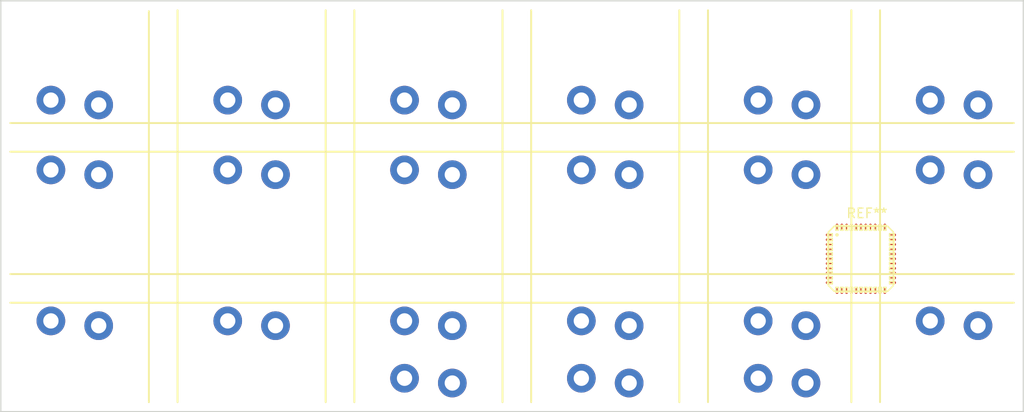
<source format=kicad_pcb>
(kicad_pcb (version 4) (host pcbnew 4.0.1-stable)

  (general
    (links 0)
    (no_connects 0)
    (area -0.075001 -0.075001 89.075001 43.075001)
    (thickness 1.6)
    (drawings 18)
    (tracks 42)
    (zones 0)
    (modules 1)
    (nets 1)
  )

  (page A4)
  (title_block
    (title "Main Circuit Board")
  )

  (layers
    (0 F.Cu signal)
    (31 B.Cu signal)
    (32 B.Adhes user)
    (33 F.Adhes user)
    (34 B.Paste user)
    (35 F.Paste user)
    (36 B.SilkS user)
    (37 F.SilkS user)
    (38 B.Mask user)
    (39 F.Mask user)
    (40 Dwgs.User user hide)
    (41 Cmts.User user hide)
    (42 Eco1.User user hide)
    (43 Eco2.User user hide)
    (44 Edge.Cuts user)
    (45 Margin user)
    (46 B.CrtYd user)
    (47 F.CrtYd user)
    (48 B.Fab user)
    (49 F.Fab user)
  )

  (setup
    (last_trace_width 0.25)
    (trace_clearance 0.2)
    (zone_clearance 0.508)
    (zone_45_only no)
    (trace_min 0.2)
    (segment_width 0.2)
    (edge_width 0.15)
    (via_size 3)
    (via_drill 1.6)
    (via_min_size 0.4)
    (via_min_drill 0.3)
    (uvia_size 0.3)
    (uvia_drill 0.1)
    (uvias_allowed no)
    (uvia_min_size 0.2)
    (uvia_min_drill 0.1)
    (pcb_text_width 0.3)
    (pcb_text_size 1.5 1.5)
    (mod_edge_width 0.15)
    (mod_text_size 1 1)
    (mod_text_width 0.15)
    (pad_size 1.524 1.524)
    (pad_drill 0.762)
    (pad_to_mask_clearance 0.2)
    (aux_axis_origin 0 0)
    (visible_elements FFFFFFFF)
    (pcbplotparams
      (layerselection 0x010f0_80000001)
      (usegerberextensions true)
      (excludeedgelayer true)
      (linewidth 0.100000)
      (plotframeref false)
      (viasonmask true)
      (mode 1)
      (useauxorigin false)
      (hpglpennumber 1)
      (hpglpenspeed 20)
      (hpglpendiameter 15)
      (hpglpenoverlay 2)
      (psnegative false)
      (psa4output false)
      (plotreference true)
      (plotvalue true)
      (plotinvisibletext false)
      (padsonsilk false)
      (subtractmaskfromsilk false)
      (outputformat 1)
      (mirror false)
      (drillshape 0)
      (scaleselection 1)
      (outputdirectory "/Users/sharks/Dropbox/SoftHRUFv0.8/untitled folder/"))
  )

  (net 0 "")

  (net_class Default "This is the default net class."
    (clearance 0.2)
    (trace_width 0.25)
    (via_dia 3)
    (via_drill 1.6)
    (uvia_dia 0.3)
    (uvia_drill 0.1)
  )

  (net_class Second_Default ""
    (clearance 0.2)
    (trace_width 0.25)
    (via_dia 1.8)
    (via_drill 1)
    (uvia_dia 0.3)
    (uvia_drill 0.1)
  )

  (module SMD_Packages:MLF-44_Atmel (layer F.Cu) (tedit 0) (tstamp 582FEBC8)
    (at 90 27)
    (descr "44M1 MICRO LEAD FRAME PACKAGE (MLF)")
    (tags "44M1 MICRO LEAD FRAME PACKAGE (MLF)")
    (attr smd)
    (fp_text reference REF** (at 0.635 -4.7625) (layer F.SilkS)
      (effects (font (size 1 1) (thickness 0.15)))
    )
    (fp_text value MLF-44_Atmel (at 1.27 0) (layer F.Fab)
      (effects (font (size 1 1) (thickness 0.15)))
    )
    (fp_line (start -3.49758 -2.3749) (end -2.99974 -2.3749) (layer F.SilkS) (width 0.15))
    (fp_line (start -2.99974 -2.3749) (end -2.99974 -2.62382) (layer F.SilkS) (width 0.15))
    (fp_line (start -3.49758 -2.62382) (end -2.99974 -2.62382) (layer F.SilkS) (width 0.15))
    (fp_line (start -3.49758 -2.3749) (end -3.49758 -2.62382) (layer F.SilkS) (width 0.15))
    (fp_line (start -3.49758 -1.87452) (end -2.99974 -1.87452) (layer F.SilkS) (width 0.15))
    (fp_line (start -2.99974 -1.87452) (end -2.99974 -2.12344) (layer F.SilkS) (width 0.15))
    (fp_line (start -3.49758 -2.12344) (end -2.99974 -2.12344) (layer F.SilkS) (width 0.15))
    (fp_line (start -3.49758 -1.87452) (end -3.49758 -2.12344) (layer F.SilkS) (width 0.15))
    (fp_line (start -3.49758 -1.37414) (end -2.99974 -1.37414) (layer F.SilkS) (width 0.15))
    (fp_line (start -2.99974 -1.37414) (end -2.99974 -1.62306) (layer F.SilkS) (width 0.15))
    (fp_line (start -3.49758 -1.62306) (end -2.99974 -1.62306) (layer F.SilkS) (width 0.15))
    (fp_line (start -3.49758 -1.37414) (end -3.49758 -1.62306) (layer F.SilkS) (width 0.15))
    (fp_line (start -3.49758 -0.87376) (end -2.99974 -0.87376) (layer F.SilkS) (width 0.15))
    (fp_line (start -2.99974 -0.87376) (end -2.99974 -1.12268) (layer F.SilkS) (width 0.15))
    (fp_line (start -3.49758 -1.12268) (end -2.99974 -1.12268) (layer F.SilkS) (width 0.15))
    (fp_line (start -3.49758 -0.87376) (end -3.49758 -1.12268) (layer F.SilkS) (width 0.15))
    (fp_line (start -3.49758 -0.37338) (end -2.99974 -0.37338) (layer F.SilkS) (width 0.15))
    (fp_line (start -2.99974 -0.37338) (end -2.99974 -0.62484) (layer F.SilkS) (width 0.15))
    (fp_line (start -3.49758 -0.62484) (end -2.99974 -0.62484) (layer F.SilkS) (width 0.15))
    (fp_line (start -3.49758 -0.37338) (end -3.49758 -0.62484) (layer F.SilkS) (width 0.15))
    (fp_line (start -3.49758 0.12446) (end -2.99974 0.12446) (layer F.SilkS) (width 0.15))
    (fp_line (start -2.99974 0.12446) (end -2.99974 -0.12446) (layer F.SilkS) (width 0.15))
    (fp_line (start -3.49758 -0.12446) (end -2.99974 -0.12446) (layer F.SilkS) (width 0.15))
    (fp_line (start -3.49758 0.12446) (end -3.49758 -0.12446) (layer F.SilkS) (width 0.15))
    (fp_line (start -3.49758 0.62484) (end -2.99974 0.62484) (layer F.SilkS) (width 0.15))
    (fp_line (start -2.99974 0.62484) (end -2.99974 0.37338) (layer F.SilkS) (width 0.15))
    (fp_line (start -3.49758 0.37338) (end -2.99974 0.37338) (layer F.SilkS) (width 0.15))
    (fp_line (start -3.49758 0.62484) (end -3.49758 0.37338) (layer F.SilkS) (width 0.15))
    (fp_line (start -3.49758 1.12268) (end -2.99974 1.12268) (layer F.SilkS) (width 0.15))
    (fp_line (start -2.99974 1.12268) (end -2.99974 0.87376) (layer F.SilkS) (width 0.15))
    (fp_line (start -3.49758 0.87376) (end -2.99974 0.87376) (layer F.SilkS) (width 0.15))
    (fp_line (start -3.49758 1.12268) (end -3.49758 0.87376) (layer F.SilkS) (width 0.15))
    (fp_line (start -3.49758 1.62306) (end -2.99974 1.62306) (layer F.SilkS) (width 0.15))
    (fp_line (start -2.99974 1.62306) (end -2.99974 1.37414) (layer F.SilkS) (width 0.15))
    (fp_line (start -3.49758 1.37414) (end -2.99974 1.37414) (layer F.SilkS) (width 0.15))
    (fp_line (start -3.49758 1.62306) (end -3.49758 1.37414) (layer F.SilkS) (width 0.15))
    (fp_line (start -3.49758 2.12344) (end -2.99974 2.12344) (layer F.SilkS) (width 0.15))
    (fp_line (start -2.99974 2.12344) (end -2.99974 1.87452) (layer F.SilkS) (width 0.15))
    (fp_line (start -3.49758 1.87452) (end -2.99974 1.87452) (layer F.SilkS) (width 0.15))
    (fp_line (start -3.49758 2.12344) (end -3.49758 1.87452) (layer F.SilkS) (width 0.15))
    (fp_line (start -3.49758 2.62382) (end -2.99974 2.62382) (layer F.SilkS) (width 0.15))
    (fp_line (start -2.99974 2.62382) (end -2.99974 2.3749) (layer F.SilkS) (width 0.15))
    (fp_line (start -3.49758 2.3749) (end -2.99974 2.3749) (layer F.SilkS) (width 0.15))
    (fp_line (start -3.49758 2.62382) (end -3.49758 2.3749) (layer F.SilkS) (width 0.15))
    (fp_line (start -2.62382 3.49758) (end -2.3749 3.49758) (layer F.SilkS) (width 0.15))
    (fp_line (start -2.3749 3.49758) (end -2.3749 2.99974) (layer F.SilkS) (width 0.15))
    (fp_line (start -2.62382 2.99974) (end -2.3749 2.99974) (layer F.SilkS) (width 0.15))
    (fp_line (start -2.62382 3.49758) (end -2.62382 2.99974) (layer F.SilkS) (width 0.15))
    (fp_line (start -2.12344 3.49758) (end -1.87452 3.49758) (layer F.SilkS) (width 0.15))
    (fp_line (start -1.87452 3.49758) (end -1.87452 2.99974) (layer F.SilkS) (width 0.15))
    (fp_line (start -2.12344 2.99974) (end -1.87452 2.99974) (layer F.SilkS) (width 0.15))
    (fp_line (start -2.12344 3.49758) (end -2.12344 2.99974) (layer F.SilkS) (width 0.15))
    (fp_line (start -1.62306 3.49758) (end -1.37414 3.49758) (layer F.SilkS) (width 0.15))
    (fp_line (start -1.37414 3.49758) (end -1.37414 2.99974) (layer F.SilkS) (width 0.15))
    (fp_line (start -1.62306 2.99974) (end -1.37414 2.99974) (layer F.SilkS) (width 0.15))
    (fp_line (start -1.62306 3.49758) (end -1.62306 2.99974) (layer F.SilkS) (width 0.15))
    (fp_line (start -1.12268 3.49758) (end -0.87376 3.49758) (layer F.SilkS) (width 0.15))
    (fp_line (start -0.87376 3.49758) (end -0.87376 2.99974) (layer F.SilkS) (width 0.15))
    (fp_line (start -1.12268 2.99974) (end -0.87376 2.99974) (layer F.SilkS) (width 0.15))
    (fp_line (start -1.12268 3.49758) (end -1.12268 2.99974) (layer F.SilkS) (width 0.15))
    (fp_line (start -0.62484 3.49758) (end -0.37338 3.49758) (layer F.SilkS) (width 0.15))
    (fp_line (start -0.37338 3.49758) (end -0.37338 2.99974) (layer F.SilkS) (width 0.15))
    (fp_line (start -0.62484 2.99974) (end -0.37338 2.99974) (layer F.SilkS) (width 0.15))
    (fp_line (start -0.62484 3.49758) (end -0.62484 2.99974) (layer F.SilkS) (width 0.15))
    (fp_line (start -0.12446 3.49758) (end 0.12446 3.49758) (layer F.SilkS) (width 0.15))
    (fp_line (start 0.12446 3.49758) (end 0.12446 2.99974) (layer F.SilkS) (width 0.15))
    (fp_line (start -0.12446 2.99974) (end 0.12446 2.99974) (layer F.SilkS) (width 0.15))
    (fp_line (start -0.12446 3.49758) (end -0.12446 2.99974) (layer F.SilkS) (width 0.15))
    (fp_line (start 0.37338 3.49758) (end 0.62484 3.49758) (layer F.SilkS) (width 0.15))
    (fp_line (start 0.62484 3.49758) (end 0.62484 2.99974) (layer F.SilkS) (width 0.15))
    (fp_line (start 0.37338 2.99974) (end 0.62484 2.99974) (layer F.SilkS) (width 0.15))
    (fp_line (start 0.37338 3.49758) (end 0.37338 2.99974) (layer F.SilkS) (width 0.15))
    (fp_line (start 0.87376 3.49758) (end 1.12268 3.49758) (layer F.SilkS) (width 0.15))
    (fp_line (start 1.12268 3.49758) (end 1.12268 2.99974) (layer F.SilkS) (width 0.15))
    (fp_line (start 0.87376 2.99974) (end 1.12268 2.99974) (layer F.SilkS) (width 0.15))
    (fp_line (start 0.87376 3.49758) (end 0.87376 2.99974) (layer F.SilkS) (width 0.15))
    (fp_line (start 1.37414 3.49758) (end 1.62306 3.49758) (layer F.SilkS) (width 0.15))
    (fp_line (start 1.62306 3.49758) (end 1.62306 2.99974) (layer F.SilkS) (width 0.15))
    (fp_line (start 1.37414 2.99974) (end 1.62306 2.99974) (layer F.SilkS) (width 0.15))
    (fp_line (start 1.37414 3.49758) (end 1.37414 2.99974) (layer F.SilkS) (width 0.15))
    (fp_line (start 1.87452 3.49758) (end 2.12344 3.49758) (layer F.SilkS) (width 0.15))
    (fp_line (start 2.12344 3.49758) (end 2.12344 2.99974) (layer F.SilkS) (width 0.15))
    (fp_line (start 1.87452 2.99974) (end 2.12344 2.99974) (layer F.SilkS) (width 0.15))
    (fp_line (start 1.87452 3.49758) (end 1.87452 2.99974) (layer F.SilkS) (width 0.15))
    (fp_line (start 2.3749 3.49758) (end 2.62382 3.49758) (layer F.SilkS) (width 0.15))
    (fp_line (start 2.62382 3.49758) (end 2.62382 2.99974) (layer F.SilkS) (width 0.15))
    (fp_line (start 2.3749 2.99974) (end 2.62382 2.99974) (layer F.SilkS) (width 0.15))
    (fp_line (start 2.3749 3.49758) (end 2.3749 2.99974) (layer F.SilkS) (width 0.15))
    (fp_line (start 2.99974 2.62382) (end 3.49758 2.62382) (layer F.SilkS) (width 0.15))
    (fp_line (start 3.49758 2.62382) (end 3.49758 2.3749) (layer F.SilkS) (width 0.15))
    (fp_line (start 2.99974 2.3749) (end 3.49758 2.3749) (layer F.SilkS) (width 0.15))
    (fp_line (start 2.99974 2.62382) (end 2.99974 2.3749) (layer F.SilkS) (width 0.15))
    (fp_line (start 2.99974 2.12344) (end 3.49758 2.12344) (layer F.SilkS) (width 0.15))
    (fp_line (start 3.49758 2.12344) (end 3.49758 1.87452) (layer F.SilkS) (width 0.15))
    (fp_line (start 2.99974 1.87452) (end 3.49758 1.87452) (layer F.SilkS) (width 0.15))
    (fp_line (start 2.99974 2.12344) (end 2.99974 1.87452) (layer F.SilkS) (width 0.15))
    (fp_line (start 2.99974 1.62306) (end 3.49758 1.62306) (layer F.SilkS) (width 0.15))
    (fp_line (start 3.49758 1.62306) (end 3.49758 1.37414) (layer F.SilkS) (width 0.15))
    (fp_line (start 2.99974 1.37414) (end 3.49758 1.37414) (layer F.SilkS) (width 0.15))
    (fp_line (start 2.99974 1.62306) (end 2.99974 1.37414) (layer F.SilkS) (width 0.15))
    (fp_line (start 2.99974 1.12268) (end 3.49758 1.12268) (layer F.SilkS) (width 0.15))
    (fp_line (start 3.49758 1.12268) (end 3.49758 0.87376) (layer F.SilkS) (width 0.15))
    (fp_line (start 2.99974 0.87376) (end 3.49758 0.87376) (layer F.SilkS) (width 0.15))
    (fp_line (start 2.99974 1.12268) (end 2.99974 0.87376) (layer F.SilkS) (width 0.15))
    (fp_line (start 2.99974 0.62484) (end 3.49758 0.62484) (layer F.SilkS) (width 0.15))
    (fp_line (start 3.49758 0.62484) (end 3.49758 0.37338) (layer F.SilkS) (width 0.15))
    (fp_line (start 2.99974 0.37338) (end 3.49758 0.37338) (layer F.SilkS) (width 0.15))
    (fp_line (start 2.99974 0.62484) (end 2.99974 0.37338) (layer F.SilkS) (width 0.15))
    (fp_line (start 2.99974 0.12446) (end 3.49758 0.12446) (layer F.SilkS) (width 0.15))
    (fp_line (start 3.49758 0.12446) (end 3.49758 -0.12446) (layer F.SilkS) (width 0.15))
    (fp_line (start 2.99974 -0.12446) (end 3.49758 -0.12446) (layer F.SilkS) (width 0.15))
    (fp_line (start 2.99974 0.12446) (end 2.99974 -0.12446) (layer F.SilkS) (width 0.15))
    (fp_line (start 2.99974 -0.37338) (end 3.49758 -0.37338) (layer F.SilkS) (width 0.15))
    (fp_line (start 3.49758 -0.37338) (end 3.49758 -0.62484) (layer F.SilkS) (width 0.15))
    (fp_line (start 2.99974 -0.62484) (end 3.49758 -0.62484) (layer F.SilkS) (width 0.15))
    (fp_line (start 2.99974 -0.37338) (end 2.99974 -0.62484) (layer F.SilkS) (width 0.15))
    (fp_line (start 2.99974 -0.87376) (end 3.49758 -0.87376) (layer F.SilkS) (width 0.15))
    (fp_line (start 3.49758 -0.87376) (end 3.49758 -1.12268) (layer F.SilkS) (width 0.15))
    (fp_line (start 2.99974 -1.12268) (end 3.49758 -1.12268) (layer F.SilkS) (width 0.15))
    (fp_line (start 2.99974 -0.87376) (end 2.99974 -1.12268) (layer F.SilkS) (width 0.15))
    (fp_line (start 2.99974 -1.37414) (end 3.49758 -1.37414) (layer F.SilkS) (width 0.15))
    (fp_line (start 3.49758 -1.37414) (end 3.49758 -1.62306) (layer F.SilkS) (width 0.15))
    (fp_line (start 2.99974 -1.62306) (end 3.49758 -1.62306) (layer F.SilkS) (width 0.15))
    (fp_line (start 2.99974 -1.37414) (end 2.99974 -1.62306) (layer F.SilkS) (width 0.15))
    (fp_line (start 2.99974 -1.87452) (end 3.49758 -1.87452) (layer F.SilkS) (width 0.15))
    (fp_line (start 3.49758 -1.87452) (end 3.49758 -2.12344) (layer F.SilkS) (width 0.15))
    (fp_line (start 2.99974 -2.12344) (end 3.49758 -2.12344) (layer F.SilkS) (width 0.15))
    (fp_line (start 2.99974 -1.87452) (end 2.99974 -2.12344) (layer F.SilkS) (width 0.15))
    (fp_line (start 2.99974 -2.3749) (end 3.49758 -2.3749) (layer F.SilkS) (width 0.15))
    (fp_line (start 3.49758 -2.3749) (end 3.49758 -2.62382) (layer F.SilkS) (width 0.15))
    (fp_line (start 2.99974 -2.62382) (end 3.49758 -2.62382) (layer F.SilkS) (width 0.15))
    (fp_line (start 2.99974 -2.3749) (end 2.99974 -2.62382) (layer F.SilkS) (width 0.15))
    (fp_line (start 2.3749 -2.99974) (end 2.62382 -2.99974) (layer F.SilkS) (width 0.15))
    (fp_line (start 2.62382 -2.99974) (end 2.62382 -3.49758) (layer F.SilkS) (width 0.15))
    (fp_line (start 2.3749 -3.49758) (end 2.62382 -3.49758) (layer F.SilkS) (width 0.15))
    (fp_line (start 2.3749 -2.99974) (end 2.3749 -3.49758) (layer F.SilkS) (width 0.15))
    (fp_line (start 1.87452 -2.99974) (end 2.12344 -2.99974) (layer F.SilkS) (width 0.15))
    (fp_line (start 2.12344 -2.99974) (end 2.12344 -3.49758) (layer F.SilkS) (width 0.15))
    (fp_line (start 1.87452 -3.49758) (end 2.12344 -3.49758) (layer F.SilkS) (width 0.15))
    (fp_line (start 1.87452 -2.99974) (end 1.87452 -3.49758) (layer F.SilkS) (width 0.15))
    (fp_line (start 1.37414 -2.99974) (end 1.62306 -2.99974) (layer F.SilkS) (width 0.15))
    (fp_line (start 1.62306 -2.99974) (end 1.62306 -3.49758) (layer F.SilkS) (width 0.15))
    (fp_line (start 1.37414 -3.49758) (end 1.62306 -3.49758) (layer F.SilkS) (width 0.15))
    (fp_line (start 1.37414 -2.99974) (end 1.37414 -3.49758) (layer F.SilkS) (width 0.15))
    (fp_line (start 0.87376 -2.99974) (end 1.12268 -2.99974) (layer F.SilkS) (width 0.15))
    (fp_line (start 1.12268 -2.99974) (end 1.12268 -3.49758) (layer F.SilkS) (width 0.15))
    (fp_line (start 0.87376 -3.49758) (end 1.12268 -3.49758) (layer F.SilkS) (width 0.15))
    (fp_line (start 0.87376 -2.99974) (end 0.87376 -3.49758) (layer F.SilkS) (width 0.15))
    (fp_line (start 0.37338 -2.99974) (end 0.62484 -2.99974) (layer F.SilkS) (width 0.15))
    (fp_line (start 0.62484 -2.99974) (end 0.62484 -3.49758) (layer F.SilkS) (width 0.15))
    (fp_line (start 0.37338 -3.49758) (end 0.62484 -3.49758) (layer F.SilkS) (width 0.15))
    (fp_line (start 0.37338 -2.99974) (end 0.37338 -3.49758) (layer F.SilkS) (width 0.15))
    (fp_line (start -0.12446 -2.99974) (end 0.12446 -2.99974) (layer F.SilkS) (width 0.15))
    (fp_line (start 0.12446 -2.99974) (end 0.12446 -3.49758) (layer F.SilkS) (width 0.15))
    (fp_line (start -0.12446 -3.49758) (end 0.12446 -3.49758) (layer F.SilkS) (width 0.15))
    (fp_line (start -0.12446 -2.99974) (end -0.12446 -3.49758) (layer F.SilkS) (width 0.15))
    (fp_line (start -0.62484 -2.99974) (end -0.37338 -2.99974) (layer F.SilkS) (width 0.15))
    (fp_line (start -0.37338 -2.99974) (end -0.37338 -3.49758) (layer F.SilkS) (width 0.15))
    (fp_line (start -0.62484 -3.49758) (end -0.37338 -3.49758) (layer F.SilkS) (width 0.15))
    (fp_line (start -0.62484 -2.99974) (end -0.62484 -3.49758) (layer F.SilkS) (width 0.15))
    (fp_line (start -1.12268 -2.99974) (end -0.87376 -2.99974) (layer F.SilkS) (width 0.15))
    (fp_line (start -0.87376 -2.99974) (end -0.87376 -3.49758) (layer F.SilkS) (width 0.15))
    (fp_line (start -1.12268 -3.49758) (end -0.87376 -3.49758) (layer F.SilkS) (width 0.15))
    (fp_line (start -1.12268 -2.99974) (end -1.12268 -3.49758) (layer F.SilkS) (width 0.15))
    (fp_line (start -1.62306 -2.99974) (end -1.37414 -2.99974) (layer F.SilkS) (width 0.15))
    (fp_line (start -1.37414 -2.99974) (end -1.37414 -3.49758) (layer F.SilkS) (width 0.15))
    (fp_line (start -1.62306 -3.49758) (end -1.37414 -3.49758) (layer F.SilkS) (width 0.15))
    (fp_line (start -1.62306 -2.99974) (end -1.62306 -3.49758) (layer F.SilkS) (width 0.15))
    (fp_line (start -2.12344 -2.99974) (end -1.87452 -2.99974) (layer F.SilkS) (width 0.15))
    (fp_line (start -1.87452 -2.99974) (end -1.87452 -3.49758) (layer F.SilkS) (width 0.15))
    (fp_line (start -2.12344 -3.49758) (end -1.87452 -3.49758) (layer F.SilkS) (width 0.15))
    (fp_line (start -2.12344 -2.99974) (end -2.12344 -3.49758) (layer F.SilkS) (width 0.15))
    (fp_line (start -2.62382 -2.99974) (end -2.3749 -2.99974) (layer F.SilkS) (width 0.15))
    (fp_line (start -2.3749 -2.99974) (end -2.3749 -3.49758) (layer F.SilkS) (width 0.15))
    (fp_line (start -2.62382 -3.49758) (end -2.3749 -3.49758) (layer F.SilkS) (width 0.15))
    (fp_line (start -2.62382 -2.99974) (end -2.62382 -3.49758) (layer F.SilkS) (width 0.15))
    (fp_line (start -3.39852 -2.79908) (end -2.79908 -3.39852) (layer F.SilkS) (width 0.15))
    (fp_line (start -2.79908 -3.39852) (end 2.79908 -3.39852) (layer F.SilkS) (width 0.15))
    (fp_line (start 2.79908 -3.39852) (end 3.39852 -2.79908) (layer F.SilkS) (width 0.15))
    (fp_line (start 3.39852 -2.79908) (end 3.39852 2.79908) (layer F.SilkS) (width 0.15))
    (fp_line (start 3.39852 2.79908) (end 2.79908 3.39852) (layer F.SilkS) (width 0.15))
    (fp_line (start 2.79908 3.39852) (end -2.79908 3.39852) (layer F.SilkS) (width 0.15))
    (fp_line (start -2.79908 3.39852) (end -3.39852 2.79908) (layer F.SilkS) (width 0.15))
    (fp_line (start -3.39852 2.79908) (end -3.39852 -2.79908) (layer F.SilkS) (width 0.15))
    (fp_circle (center -2.5019 -2.5019) (end -2.57556 -2.57556) (layer F.SilkS) (width 0.15))
    (pad 1 smd oval (at -3.32486 -2.49936) (size 0.6985 0.29972) (layers F.Cu F.Paste F.Mask))
    (pad 2 smd oval (at -3.32486 -1.99898) (size 0.6985 0.29972) (layers F.Cu F.Paste F.Mask))
    (pad 3 smd oval (at -3.32486 -1.4986) (size 0.6985 0.29972) (layers F.Cu F.Paste F.Mask))
    (pad 4 smd oval (at -3.32486 -0.99822) (size 0.6985 0.29972) (layers F.Cu F.Paste F.Mask))
    (pad 5 smd oval (at -3.32486 -0.49784) (size 0.6985 0.29972) (layers F.Cu F.Paste F.Mask))
    (pad 6 smd oval (at -3.32486 0) (size 0.6985 0.29972) (layers F.Cu F.Paste F.Mask))
    (pad 7 smd oval (at -3.32486 0.49784) (size 0.6985 0.29972) (layers F.Cu F.Paste F.Mask))
    (pad 8 smd oval (at -3.32486 0.99822) (size 0.6985 0.29972) (layers F.Cu F.Paste F.Mask))
    (pad 9 smd oval (at -3.32486 1.4986) (size 0.6985 0.29972) (layers F.Cu F.Paste F.Mask))
    (pad 10 smd oval (at -3.32486 1.99898) (size 0.6985 0.29972) (layers F.Cu F.Paste F.Mask))
    (pad 11 smd oval (at -3.32486 2.49936) (size 0.6985 0.29972) (layers F.Cu F.Paste F.Mask))
    (pad 12 smd oval (at -2.49936 3.32486) (size 0.29972 0.6985) (layers F.Cu F.Paste F.Mask))
    (pad 13 smd oval (at -1.99898 3.32486) (size 0.29972 0.6985) (layers F.Cu F.Paste F.Mask))
    (pad 14 smd oval (at -1.4986 3.32486) (size 0.29972 0.6985) (layers F.Cu F.Paste F.Mask))
    (pad 15 smd oval (at -0.99822 3.32486) (size 0.29972 0.6985) (layers F.Cu F.Paste F.Mask))
    (pad 16 smd oval (at -0.49784 3.32486) (size 0.29972 0.6985) (layers F.Cu F.Paste F.Mask))
    (pad 17 smd oval (at 0 3.32486) (size 0.29972 0.6985) (layers F.Cu F.Paste F.Mask))
    (pad 18 smd oval (at 0.49784 3.32486) (size 0.29972 0.6985) (layers F.Cu F.Paste F.Mask))
    (pad 19 smd oval (at 0.99822 3.32486) (size 0.29972 0.6985) (layers F.Cu F.Paste F.Mask))
    (pad 20 smd oval (at 1.4986 3.32486) (size 0.29972 0.6985) (layers F.Cu F.Paste F.Mask))
    (pad 21 smd oval (at 1.99898 3.32486) (size 0.29972 0.6985) (layers F.Cu F.Paste F.Mask))
    (pad 22 smd oval (at 2.49936 3.32486) (size 0.29972 0.6985) (layers F.Cu F.Paste F.Mask))
    (pad 23 smd oval (at 3.32486 2.49936) (size 0.6985 0.29972) (layers F.Cu F.Paste F.Mask))
    (pad 24 smd oval (at 3.32486 1.99898) (size 0.6985 0.29972) (layers F.Cu F.Paste F.Mask))
    (pad 25 smd oval (at 3.32486 1.4986) (size 0.6985 0.29972) (layers F.Cu F.Paste F.Mask))
    (pad 26 smd oval (at 3.32486 0.99822) (size 0.6985 0.29972) (layers F.Cu F.Paste F.Mask))
    (pad 27 smd oval (at 3.32486 0.49784) (size 0.6985 0.29972) (layers F.Cu F.Paste F.Mask))
    (pad 28 smd oval (at 3.32486 0) (size 0.6985 0.29972) (layers F.Cu F.Paste F.Mask))
    (pad 29 smd oval (at 3.32486 -0.49784) (size 0.6985 0.29972) (layers F.Cu F.Paste F.Mask))
    (pad 30 smd oval (at 3.32486 -0.99822) (size 0.6985 0.29972) (layers F.Cu F.Paste F.Mask))
    (pad 31 smd oval (at 3.32486 -1.4986) (size 0.6985 0.29972) (layers F.Cu F.Paste F.Mask))
    (pad 32 smd oval (at 3.32486 -1.99898) (size 0.6985 0.29972) (layers F.Cu F.Paste F.Mask))
    (pad 33 smd oval (at 3.32486 -2.49936) (size 0.6985 0.29972) (layers F.Cu F.Paste F.Mask))
    (pad 34 smd oval (at 2.49936 -3.32486) (size 0.29972 0.6985) (layers F.Cu F.Paste F.Mask))
    (pad 35 smd oval (at 1.99898 -3.32486) (size 0.29972 0.6985) (layers F.Cu F.Paste F.Mask))
    (pad 36 smd oval (at 1.4986 -3.32486) (size 0.29972 0.6985) (layers F.Cu F.Paste F.Mask))
    (pad 37 smd oval (at 0.99822 -3.32486) (size 0.29972 0.6985) (layers F.Cu F.Paste F.Mask))
    (pad 38 smd oval (at 0.49784 -3.32486) (size 0.29972 0.6985) (layers F.Cu F.Paste F.Mask))
    (pad 39 smd oval (at 0 -3.32486) (size 0.29972 0.6985) (layers F.Cu F.Paste F.Mask))
    (pad 40 smd oval (at -0.49784 -3.32486) (size 0.29972 0.6985) (layers F.Cu F.Paste F.Mask))
    (pad 41 smd oval (at -0.99822 -3.32486) (size 0.29972 0.6985) (layers F.Cu F.Paste F.Mask))
    (pad 42 smd oval (at -1.4986 -3.32486) (size 0.29972 0.6985) (layers F.Cu F.Paste F.Mask))
    (pad 43 smd oval (at -1.99898 -3.32486) (size 0.29972 0.6985) (layers F.Cu F.Paste F.Mask))
    (pad 44 smd oval (at -2.49936 -3.32486) (size 0.29972 0.6985) (layers F.Cu F.Paste F.Mask))
  )

  (gr_line (start 92 1) (end 92 42) (layer F.SilkS) (width 0.2))
  (gr_line (start 89 42) (end 89 1) (layer F.SilkS) (width 0.2))
  (gr_line (start 1 31.6) (end 106 31.6) (layer F.SilkS) (width 0.2) (tstamp 56F6EFA5))
  (gr_line (start 1 28.6) (end 106 28.6) (layer F.SilkS) (width 0.2) (tstamp 56F6EFA4))
  (gr_line (start 1 15.8) (end 106 15.8) (layer F.SilkS) (width 0.2) (tstamp 56F6EF95))
  (gr_line (start 1 12.8) (end 106 12.8) (layer F.SilkS) (width 0.2))
  (gr_line (start 71 1) (end 71 42) (layer F.SilkS) (width 0.2) (tstamp 56F6EEF6))
  (gr_line (start 52.5 1) (end 52.5 42) (layer F.SilkS) (width 0.2) (tstamp 56F6EEF5))
  (gr_line (start 34 1) (end 34 42) (layer F.SilkS) (width 0.2) (tstamp 56F6EEF4))
  (gr_line (start 74 1) (end 74 42) (layer F.SilkS) (width 0.2) (tstamp 56F6EEF3))
  (gr_line (start 55.5 1) (end 55.5 42) (layer F.SilkS) (width 0.2) (tstamp 56F6EEF2))
  (gr_line (start 37 1) (end 37 42) (layer F.SilkS) (width 0.2) (tstamp 56F6EEF1))
  (gr_line (start 18.5 1) (end 18.5 42) (layer F.SilkS) (width 0.2) (tstamp 56F6EE0E))
  (gr_line (start 15.5 1.1) (end 15.5 42) (layer F.SilkS) (width 0.2))
  (gr_line (start 107 0) (end 0 0) (layer Edge.Cuts) (width 0.15))
  (gr_line (start 107 43) (end 107 0) (layer Edge.Cuts) (width 0.15))
  (gr_line (start 0 43) (end 107 43) (layer Edge.Cuts) (width 0.15))
  (gr_line (start 0 0) (end 0 43) (layer Edge.Cuts) (width 0.15))

  (via (at 84.25 40) (size 3) (drill 1.6) (layers F.Cu B.Cu) (net 0) (tstamp 58294E1E))
  (via (at 79.25 39.5) (size 3) (drill 1.6) (layers F.Cu B.Cu) (net 0) (tstamp 58294E1D))
  (via (at 65.75 40) (size 3) (drill 1.6) (layers F.Cu B.Cu) (net 0) (tstamp 58294E1C))
  (via (at 60.75 39.5) (size 3) (drill 1.6) (layers F.Cu B.Cu) (net 0) (tstamp 58294E1B))
  (via (at 47.25 40) (size 3) (drill 1.6) (layers F.Cu B.Cu) (net 0) (tstamp 58294E1A))
  (via (at 42.25 39.5) (size 3) (drill 1.6) (layers F.Cu B.Cu) (net 0) (tstamp 58294E19))
  (via (at 65.75 18.2) (size 3) (drill 1.6) (layers F.Cu B.Cu) (net 0) (tstamp 58294D97))
  (via (at 60.75 17.7) (size 3) (drill 1.6) (layers F.Cu B.Cu) (net 0) (tstamp 58294D96))
  (via (at 97.25 10.4) (size 3) (drill 1.6) (layers F.Cu B.Cu) (net 0) (tstamp 58294D5C))
  (via (at 97.25 17.7) (size 3) (drill 1.6) (layers F.Cu B.Cu) (net 0) (tstamp 58294D5B))
  (via (at 97.25 33.5) (size 3) (drill 1.6) (layers F.Cu B.Cu) (net 0) (tstamp 58294D5A))
  (via (at 102.25 34) (size 3) (drill 1.6) (layers F.Cu B.Cu) (net 0) (tstamp 58294D59))
  (via (at 102.25 10.9) (size 3) (drill 1.6) (layers F.Cu B.Cu) (net 0) (tstamp 58294D58))
  (via (at 102.25 18.2) (size 3) (drill 1.6) (layers F.Cu B.Cu) (net 0) (tstamp 58294D57))
  (via (at 84.25 34) (size 3) (drill 1.6) (layers F.Cu B.Cu) (net 0) (tstamp 56F6B00D))
  (via (at 65.75 34) (size 3) (drill 1.6) (layers F.Cu B.Cu) (net 0) (tstamp 56F6B00C))
  (via (at 47.25 34) (size 3) (drill 1.6) (layers F.Cu B.Cu) (net 0) (tstamp 56F6B00B))
  (via (at 28.75 34) (size 3) (drill 1.6) (layers F.Cu B.Cu) (net 0) (tstamp 56F6B00A))
  (via (at 79.25 33.5) (size 3) (drill 1.6) (layers F.Cu B.Cu) (net 0) (tstamp 56F6B009))
  (via (at 60.75 33.5) (size 3) (drill 1.6) (layers F.Cu B.Cu) (net 0) (tstamp 56F6B008))
  (via (at 42.25 33.5) (size 3) (drill 1.6) (layers F.Cu B.Cu) (net 0) (tstamp 56F6B007))
  (via (at 23.75 33.5) (size 3) (drill 1.6) (layers F.Cu B.Cu) (net 0) (tstamp 56F6B006))
  (via (at 84.25 18.2) (size 3) (drill 1.6) (layers F.Cu B.Cu) (net 0) (tstamp 56F6AD6D))
  (via (at 47.25 18.2) (size 3) (drill 1.6) (layers F.Cu B.Cu) (net 0) (tstamp 56F6AD6B))
  (via (at 28.75 18.2) (size 3) (drill 1.6) (layers F.Cu B.Cu) (net 0) (tstamp 56F6AD6A))
  (via (at 79.25 17.7) (size 3) (drill 1.6) (layers F.Cu B.Cu) (net 0) (tstamp 56F6AD69))
  (via (at 42.25 17.7) (size 3) (drill 1.6) (layers F.Cu B.Cu) (net 0) (tstamp 56F6AD67))
  (via (at 23.75 17.7) (size 3) (drill 1.6) (layers F.Cu B.Cu) (net 0) (tstamp 56F6AD66))
  (via (at 79.25 10.4) (size 3) (drill 1.6) (layers F.Cu B.Cu) (net 0) (tstamp 56F40E7C))
  (via (at 60.75 10.4) (size 3) (drill 1.6) (layers F.Cu B.Cu) (net 0) (tstamp 56F40E7B))
  (via (at 42.25 10.4) (size 3) (drill 1.6) (layers F.Cu B.Cu) (net 0) (tstamp 56F40E7A))
  (via (at 23.75 10.4) (size 3) (drill 1.6) (layers F.Cu B.Cu) (net 0) (tstamp 56F40E79))
  (via (at 84.25 10.9) (size 3) (drill 1.6) (layers F.Cu B.Cu) (net 0) (tstamp 56F40E78))
  (via (at 65.75 10.9) (size 3) (drill 1.6) (layers F.Cu B.Cu) (net 0) (tstamp 56F40E77))
  (via (at 47.25 10.9) (size 3) (drill 1.6) (layers F.Cu B.Cu) (net 0) (tstamp 56F40E76))
  (via (at 28.75 10.9) (size 3) (drill 1.6) (layers F.Cu B.Cu) (net 0) (tstamp 56F40E75))
  (via (at 5.25 10.4) (size 3) (drill 1.6) (layers F.Cu B.Cu) (net 0))
  (via (at 5.25 17.7) (size 3) (drill 1.6) (layers F.Cu B.Cu) (net 0) (tstamp 56ABE1D2))
  (via (at 10.25 10.9) (size 3) (drill 1.6) (layers F.Cu B.Cu) (net 0) (tstamp 569BDC6C))
  (via (at 10.25 18.2) (size 3) (drill 1.6) (layers F.Cu B.Cu) (net 0) (tstamp 569BDC6B))
  (via (at 10.25 34) (size 3) (drill 1.6) (layers F.Cu B.Cu) (net 0) (tstamp 569BDC6A))
  (via (at 5.25 33.5) (size 3) (drill 1.6) (layers F.Cu B.Cu) (net 0))

)

</source>
